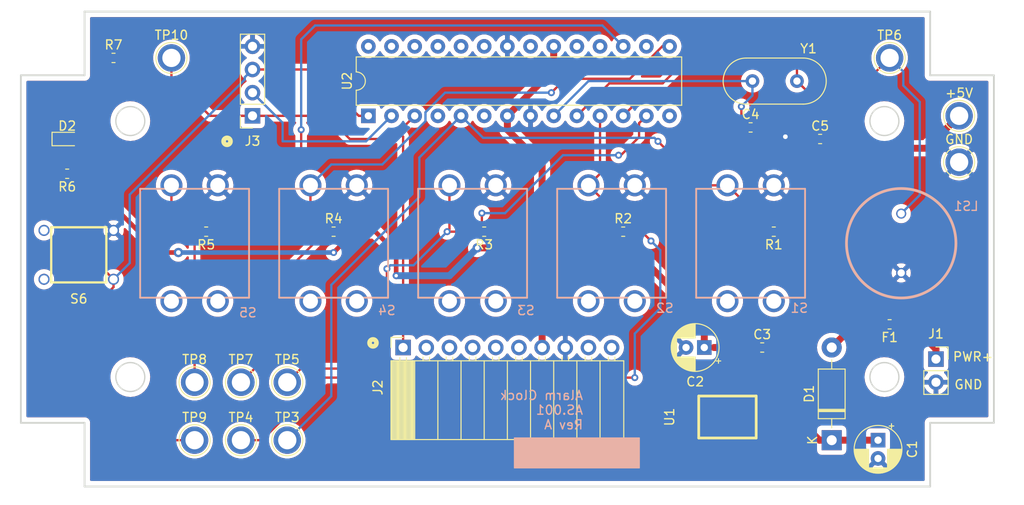
<source format=kicad_pcb>
(kicad_pcb (version 20171130) (host pcbnew "(5.1.0)-1")
  (title_block (title "Alarm Clock") (date 2019-03-07) (rev "Rev A") (company "Personal Projects") (comment 3 "Project: Arduino Alarm Clock") (comment 4 "Author: Andrew Spencer"))
  (layers (0 F.Cu signal) (31 B.Cu signal) (36 B.SilkS user) (37 F.SilkS user) (38 B.Mask user) (39 F.Mask user) (44 Edge.Cuts user))
  (net 0 "")
  (net 1 GND)
  (net 2 "Net-(C1-Pad1)")
  (net 3 +5V)
  (net 4 "Net-(C4-Pad1)")
  (net 5 "Net-(C5-Pad2)")
  (net 6 "Net-(D1-Pad2)")
  (net 7 "Net-(D2-Pad1)")
  (net 8 "Net-(F1-Pad1)")
  (net 9 display_data)
  (net 10 "Net-(J2-Pad2)")
  (net 11 "Net-(J2-Pad3)")
  (net 12 "Net-(J2-Pad4)")
  (net 13 "Net-(J2-Pad5)")
  (net 14 "Net-(J2-Pad6)")
  (net 15 "Net-(J2-Pad9)")
  (net 16 "Net-(J2-Pad10)")
  (net 17 "Net-(J3-Pad2)")
  (net 18 reset)
  (net 19 buzzer)
  (net 20 alarm_toggle)
  (net 21 alarm_set)
  (net 22 clock_set)
  (net 23 hour_set)
  (net 24 "Net-(R5-Pad1)")
  (net 25 minute_set)
  (net 26 "Net-(S1-Pad4)")
  (net 27 "Net-(S1-Pad2)")
  (net 28 "Net-(S2-Pad2)")
  (net 29 "Net-(S2-Pad4)")
  (net 30 "Net-(S3-Pad4)")
  (net 31 "Net-(S3-Pad2)")
  (net 32 "Net-(S4-Pad2)")
  (net 33 "Net-(S4-Pad4)")
  (net 34 "Net-(S5-Pad2)")
  (net 35 "Net-(S5-Pad4)")
  (net 36 "Net-(S6-Pad2)")
  (net 37 "Net-(S6-Pad4)")
  (net 38 "Net-(U2-Pad16)")
  (net 39 "Net-(U2-Pad4)")
  (net 40 "Net-(U2-Pad18)")
  (net 41 "Net-(U2-Pad19)")
  (net 42 "Net-(U2-Pad6)")
  (net 43 "Net-(U2-Pad21)")
  (net 44 "Net-(U2-Pad23)")
  (net 45 "Net-(U2-Pad24)")
  (net 46 "Net-(U2-Pad25)")
  (net 47 "Net-(U2-Pad26)")
  (net 48 "Net-(U2-Pad27)")
  (net 49 "Net-(U2-Pad14)")
  (net 50 "Net-(U2-Pad28)")
  (module Capacitor_THT:CP_Radial_D5.0mm_P2.00mm (layer F.Cu) (at 144.78 97.79 270)
    (fp_text reference C1 (at 1 -3.75 270) (layer F.SilkS))
    (fp_text value 47u)
    (pad 2 thru_hole circle (at 2 0 270) (size 1.6 1.6) (drill 0.8) (layers *.Cu *.Mask) (net 1 GND))
    (pad 1 thru_hole rect (at 0 0 270) (size 1.6 1.6) (drill 0.8) (layers *.Cu *.Mask) (net 2 "Net-(C1-Pad1)"))
  )
  (module Capacitor_THT:CP_Radial_D5.0mm_P2.00mm (layer F.Cu) (at 125.73 87.63 180)
    (fp_text reference C2 (at 1 -3.75 180) (layer F.SilkS))
    (fp_text value 47u)
    (pad 1 thru_hole rect (at 0 0 180) (size 1.6 1.6) (drill 0.8) (layers *.Cu *.Mask) (net 3 +5V))
    (pad 2 thru_hole circle (at 2 0 180) (size 1.6 1.6) (drill 0.8) (layers *.Cu *.Mask) (net 1 GND))
  )
  (module Diode_THT:D_DO-41_SOD81_P10.16mm_Horizontal (layer F.Cu) (at 139.7 97.79 90)
    (fp_text reference D1 (at 5.08 -2.47 90) (layer F.SilkS))
    (fp_text value 1N4007-TP)
    (fp_text user K (at 0 -2.1 90) (layer F.SilkS))
    (pad 1 thru_hole rect (at 0 0 90) (size 2.2 2.2) (drill 1.1) (layers *.Cu *.Mask) (net 2 "Net-(C1-Pad1)"))
    (pad 2 thru_hole oval (at 10.16 0 90) (size 2.2 2.2) (drill 1.1) (layers *.Cu *.Mask) (net 6 "Net-(D1-Pad2)"))
  )
  (module Connector_PinSocket_2.54mm:PinSocket_1x02_P2.54mm_Vertical (layer F.Cu) (at 151.13 88.9)
    (fp_text reference J1 (at 0 -2.77) (layer F.SilkS))
    (fp_text value "Power In")
    (pad 1 thru_hole rect (at 0 0) (size 1.7 1.7) (drill 1) (layers *.Cu *.Mask) (net 8 "Net-(F1-Pad1)"))
    (pad 2 thru_hole oval (at 0 2.54) (size 1.7 1.7) (drill 1) (layers *.Cu *.Mask) (net 1 GND))
  )
  (module Connector_PinSocket_2.54mm:PinSocket_1x10_P2.54mm_Horizontal (layer F.Cu) (at 92.71 87.63 90)
    (fp_text reference J2 (at -4.38 -2.77 90) (layer F.SilkS))
    (fp_text value 68015-410HLF)
    (pad 1 thru_hole rect (at 0 0 90) (size 1.7 1.7) (drill 1) (layers *.Cu *.Mask) (net 9 display_data))
    (pad 2 thru_hole oval (at 0 2.54 90) (size 1.7 1.7) (drill 1) (layers *.Cu *.Mask) (net 10 "Net-(J2-Pad2)"))
    (pad 3 thru_hole oval (at 0 5.08 90) (size 1.7 1.7) (drill 1) (layers *.Cu *.Mask) (net 11 "Net-(J2-Pad3)"))
    (pad 4 thru_hole oval (at 0 7.62 90) (size 1.7 1.7) (drill 1) (layers *.Cu *.Mask) (net 12 "Net-(J2-Pad4)"))
    (pad 5 thru_hole oval (at 0 10.16 90) (size 1.7 1.7) (drill 1) (layers *.Cu *.Mask) (net 13 "Net-(J2-Pad5)"))
    (pad 6 thru_hole oval (at 0 12.7 90) (size 1.7 1.7) (drill 1) (layers *.Cu *.Mask) (net 14 "Net-(J2-Pad6)"))
    (pad 7 thru_hole oval (at 0 15.24 90) (size 1.7 1.7) (drill 1) (layers *.Cu *.Mask) (net 3 +5V))
    (pad 8 thru_hole oval (at 0 17.78 90) (size 1.7 1.7) (drill 1) (layers *.Cu *.Mask) (net 1 GND))
    (pad 9 thru_hole oval (at 0 20.32 90) (size 1.7 1.7) (drill 1) (layers *.Cu *.Mask) (net 15 "Net-(J2-Pad9)"))
    (pad 10 thru_hole oval (at 0 22.86 90) (size 1.7 1.7) (drill 1) (layers *.Cu *.Mask) (net 16 "Net-(J2-Pad10)"))
  )
  (module Connector_PinSocket_2.54mm:PinSocket_1x04_P2.54mm_Vertical (layer F.Cu) (at 76.2 62.23 180)
    (fp_text reference J3 (at 0 -2.77 180) (layer F.SilkS))
    (fp_text value PREC004SAAN-RC)
    (pad 1 thru_hole rect (at 0 0 180) (size 1.7 1.7) (drill 1) (layers *.Cu *.Mask) (net 9 display_data))
    (pad 2 thru_hole oval (at 0 2.54 180) (size 1.7 1.7) (drill 1) (layers *.Cu *.Mask) (net 17 "Net-(J3-Pad2)"))
    (pad 3 thru_hole oval (at 0 5.08 180) (size 1.7 1.7) (drill 1) (layers *.Cu *.Mask) (net 18 reset))
    (pad 4 thru_hole oval (at 0 7.62 180) (size 1.7 1.7) (drill 1) (layers *.Cu *.Mask) (net 1 GND))
  )
  (module "KiCAD_parts_lib:CEM-1203(42)" (layer B.Cu) (at 147.32 76.2 180)
    (fp_text reference LS1 (at -7.112 4.064 180) (layer B.SilkS) (effects (justify mirror)))
    (fp_text value "CEM-1203(42)")
    (pad 1 thru_hole circle (at 0 3.25 180) (size 1.1 1.1) (drill 0.8) (layers *.Cu *.Mask) (net 19 buzzer))
    (pad 2 thru_hole circle (at 0 -3.25 180) (size 1.1 1.1) (drill 0.8) (layers *.Cu *.Mask) (net 1 GND))
  )
  (module KiCAD_parts_lib:COM-09190 (layer B.Cu) (at 130.81 76.2)
    (fp_text reference S1 (at 5.334 7.112) (layer B.SilkS) (effects (justify mirror)))
    (fp_text value COM-09190)
    (pad 4 thru_hole circle (at 2.54 6.35) (size 2.413 2.413) (drill 1.651) (layers *.Cu *.Mask) (net 26 "Net-(S1-Pad4)"))
    (pad 3 thru_hole circle (at 2.54 -6.35) (size 2.413 2.413) (drill 1.651) (layers *.Cu *.Mask) (net 1 GND))
    (pad 2 thru_hole circle (at -2.54 6.35) (size 2.413 2.413) (drill 1.651) (layers *.Cu *.Mask) (net 27 "Net-(S1-Pad2)"))
    (pad 1 thru_hole circle (at -2.54 -6.35) (size 2.413 2.413) (drill 1.651) (layers *.Cu *.Mask) (net 20 alarm_toggle))
  )
  (module KiCAD_parts_lib:COM-09190 (layer B.Cu) (at 115.57 76.2)
    (fp_text reference S2 (at 5.842 7.112) (layer B.SilkS) (effects (justify mirror)))
    (fp_text value COM-09190)
    (pad 1 thru_hole circle (at -2.54 -6.35) (size 2.413 2.413) (drill 1.651) (layers *.Cu *.Mask) (net 21 alarm_set))
    (pad 2 thru_hole circle (at -2.54 6.35) (size 2.413 2.413) (drill 1.651) (layers *.Cu *.Mask) (net 28 "Net-(S2-Pad2)"))
    (pad 3 thru_hole circle (at 2.54 -6.35) (size 2.413 2.413) (drill 1.651) (layers *.Cu *.Mask) (net 1 GND))
    (pad 4 thru_hole circle (at 2.54 6.35) (size 2.413 2.413) (drill 1.651) (layers *.Cu *.Mask) (net 29 "Net-(S2-Pad4)"))
  )
  (module KiCAD_parts_lib:COM-09190 (layer B.Cu) (at 100.33 76.2)
    (fp_text reference S3 (at 5.842 7.366) (layer B.SilkS) (effects (justify mirror)))
    (fp_text value COM-09190)
    (pad 4 thru_hole circle (at 2.54 6.35) (size 2.413 2.413) (drill 1.651) (layers *.Cu *.Mask) (net 30 "Net-(S3-Pad4)"))
    (pad 3 thru_hole circle (at 2.54 -6.35) (size 2.413 2.413) (drill 1.651) (layers *.Cu *.Mask) (net 1 GND))
    (pad 2 thru_hole circle (at -2.54 6.35) (size 2.413 2.413) (drill 1.651) (layers *.Cu *.Mask) (net 31 "Net-(S3-Pad2)"))
    (pad 1 thru_hole circle (at -2.54 -6.35) (size 2.413 2.413) (drill 1.651) (layers *.Cu *.Mask) (net 22 clock_set))
  )
  (module KiCAD_parts_lib:COM-09190 (layer B.Cu) (at 85.09 76.2)
    (fp_text reference S4 (at 5.842 7.366) (layer B.SilkS) (effects (justify mirror)))
    (fp_text value COM-09190)
    (pad 1 thru_hole circle (at -2.54 -6.35) (size 2.413 2.413) (drill 1.651) (layers *.Cu *.Mask) (net 23 hour_set))
    (pad 2 thru_hole circle (at -2.54 6.35) (size 2.413 2.413) (drill 1.651) (layers *.Cu *.Mask) (net 32 "Net-(S4-Pad2)"))
    (pad 3 thru_hole circle (at 2.54 -6.35) (size 2.413 2.413) (drill 1.651) (layers *.Cu *.Mask) (net 1 GND))
    (pad 4 thru_hole circle (at 2.54 6.35) (size 2.413 2.413) (drill 1.651) (layers *.Cu *.Mask) (net 33 "Net-(S4-Pad4)"))
  )
  (module KiCAD_parts_lib:COM-09190 (layer B.Cu) (at 69.85 76.2)
    (fp_text reference S5 (at 5.842 7.62) (layer B.SilkS) (effects (justify mirror)))
    (fp_text value COM-09190)
    (pad 1 thru_hole circle (at -2.54 -6.35) (size 2.413 2.413) (drill 1.651) (layers *.Cu *.Mask) (net 25 minute_set))
    (pad 2 thru_hole circle (at -2.54 6.35) (size 2.413 2.413) (drill 1.651) (layers *.Cu *.Mask) (net 34 "Net-(S5-Pad2)"))
    (pad 3 thru_hole circle (at 2.54 -6.35) (size 2.413 2.413) (drill 1.651) (layers *.Cu *.Mask) (net 1 GND))
    (pad 4 thru_hole circle (at 2.54 6.35) (size 2.413 2.413) (drill 1.651) (layers *.Cu *.Mask) (net 35 "Net-(S5-Pad4)"))
  )
  (module KiCAD_parts_lib:COM-00097 (layer F.Cu) (at 57.15 77.47 180)
    (fp_text reference S6 (at 0 -4.826 180) (layer F.SilkS))
    (fp_text value COM-00097)
    (pad 1 thru_hole circle (at -3.81 -2.6797 180) (size 1.2192 1.2192) (drill 0.889) (layers *.Cu *.Mask) (net 18 reset))
    (pad 2 thru_hole circle (at 3.81 -2.6797 180) (size 1.2192 1.2192) (drill 0.889) (layers *.Cu *.Mask) (net 36 "Net-(S6-Pad2)"))
    (pad 3 thru_hole circle (at -3.81 2.6797 180) (size 1.2192 1.2192) (drill 0.889) (layers *.Cu *.Mask) (net 1 GND))
    (pad 4 thru_hole circle (at 3.81 2.6797 180) (size 1.2192 1.2192) (drill 0.889) (layers *.Cu *.Mask) (net 37 "Net-(S6-Pad4)"))
  )
  (module TestPoint:TestPoint_Plated_Hole_D2.0mm (layer F.Cu) (at 153.67 62.23)
    (fp_text reference +5V (at 0 -2.498) (layer F.SilkS))
    (fp_text value +5V)
    (pad 1 thru_hole circle (at 0 0) (size 3 3) (drill 2) (layers *.Cu *.Mask) (net 3 +5V))
  )
  (module TestPoint:TestPoint_Plated_Hole_D2.0mm (layer F.Cu) (at 153.67 67.31)
    (fp_text reference GND (at 0 -2.498) (layer F.SilkS))
    (fp_text value GND)
    (pad 1 thru_hole circle (at 0 0) (size 3 3) (drill 2) (layers *.Cu *.Mask) (net 1 GND))
  )
  (module TestPoint:TestPoint_Plated_Hole_D2.0mm (layer F.Cu) (at 80.01 97.79)
    (fp_text reference TP3 (at 0 -2.498) (layer F.SilkS))
    (fp_text value alarm_toggle)
    (pad 1 thru_hole circle (at 0 0) (size 3 3) (drill 2) (layers *.Cu *.Mask) (net 20 alarm_toggle))
  )
  (module TestPoint:TestPoint_Plated_Hole_D2.0mm (layer F.Cu) (at 74.93 97.79)
    (fp_text reference TP4 (at 0 -2.498) (layer F.SilkS))
    (fp_text value alarm_set)
    (pad 1 thru_hole circle (at 0 0) (size 3 3) (drill 2) (layers *.Cu *.Mask) (net 21 alarm_set))
  )
  (module TestPoint:TestPoint_Plated_Hole_D2.0mm (layer F.Cu) (at 80.01 91.44)
    (fp_text reference TP5 (at 0 -2.498) (layer F.SilkS))
    (fp_text value clock_set)
    (pad 1 thru_hole circle (at 0 0) (size 3 3) (drill 2) (layers *.Cu *.Mask) (net 22 clock_set))
  )
  (module TestPoint:TestPoint_Plated_Hole_D2.0mm (layer F.Cu) (at 146.05 55.88)
    (fp_text reference TP6 (at 0 -2.498) (layer F.SilkS))
    (fp_text value buzzer)
    (pad 1 thru_hole circle (at 0 0) (size 3 3) (drill 2) (layers *.Cu *.Mask) (net 19 buzzer))
  )
  (module TestPoint:TestPoint_Plated_Hole_D2.0mm (layer F.Cu) (at 74.93 91.44)
    (fp_text reference TP7 (at 0 -2.498) (layer F.SilkS))
    (fp_text value hour_set)
    (pad 1 thru_hole circle (at 0 0) (size 3 3) (drill 2) (layers *.Cu *.Mask) (net 23 hour_set))
  )
  (module TestPoint:TestPoint_Plated_Hole_D2.0mm (layer F.Cu) (at 69.85 91.44)
    (fp_text reference TP8 (at 0 -2.498) (layer F.SilkS))
    (fp_text value minute_set)
    (pad 1 thru_hole circle (at 0 0) (size 3 3) (drill 2) (layers *.Cu *.Mask) (net 25 minute_set))
  )
  (module TestPoint:TestPoint_Plated_Hole_D2.0mm (layer F.Cu) (at 69.85 97.79)
    (fp_text reference TP9 (at 0 -2.498) (layer F.SilkS))
    (fp_text value reset)
    (pad 1 thru_hole circle (at 0 0) (size 3 3) (drill 2) (layers *.Cu *.Mask) (net 18 reset))
  )
  (module TestPoint:TestPoint_Plated_Hole_D2.0mm (layer F.Cu) (at 67.31 55.88)
    (fp_text reference TP10 (at 0 -2.498) (layer F.SilkS))
    (fp_text value display_data)
    (pad 1 thru_hole circle (at 0 0) (size 3 3) (drill 2) (layers *.Cu *.Mask) (net 9 display_data))
  )
  (module "KiCAD_parts_lib:NCP1117ST50T3G (TO-261-4)" (layer F.Cu) (at 128.27 95.25 90)
    (fp_text reference U1 (at 0 -6.35 90) (layer F.SilkS))
    (fp_text value NCP1117ST50T3G)
    (pad 1 smd rect (at -2.3 3.15 90) (size 1.5 2) (layers F.Cu F.Paste F.Mask) (net 1 GND))
    (pad 2 smd rect (at 0 3.15 90) (size 1.5 2) (layers F.Cu F.Paste F.Mask) (net 3 +5V))
    (pad 3 smd rect (at 2.3 3.15 90) (size 1.5 2) (layers F.Cu F.Paste F.Mask) (net 2 "Net-(C1-Pad1)"))
    (pad "T(2)" smd rect (at 0 -3.15 90) (size 3.8 2) (layers F.Cu F.Paste F.Mask))
  )
  (module Package_DIP:DIP-28_W7.62mm (layer F.Cu) (at 88.9 62.23 90)
    (fp_text reference U2 (at 3.81 -2.33 90) (layer F.SilkS))
    (fp_text value ATMEGA328P-PU)
    (pad 1 thru_hole rect (at 0 0 90) (size 1.6 1.6) (drill 0.8) (layers *.Cu *.Mask) (net 18 reset))
    (pad 15 thru_hole oval (at 7.62 33.02 90) (size 1.6 1.6) (drill 0.8) (layers *.Cu *.Mask) (net 23 hour_set))
    (pad 2 thru_hole oval (at 0 2.54 90) (size 1.6 1.6) (drill 0.8) (layers *.Cu *.Mask) (net 17 "Net-(J3-Pad2)"))
    (pad 16 thru_hole oval (at 7.62 30.48 90) (size 1.6 1.6) (drill 0.8) (layers *.Cu *.Mask) (net 38 "Net-(U2-Pad16)"))
    (pad 3 thru_hole oval (at 0 5.08 90) (size 1.6 1.6) (drill 0.8) (layers *.Cu *.Mask) (net 9 display_data))
    (pad 17 thru_hole oval (at 7.62 27.94 90) (size 1.6 1.6) (drill 0.8) (layers *.Cu *.Mask) (net 25 minute_set))
    (pad 4 thru_hole oval (at 0 7.62 90) (size 1.6 1.6) (drill 0.8) (layers *.Cu *.Mask) (net 39 "Net-(U2-Pad4)"))
    (pad 18 thru_hole oval (at 7.62 25.4 90) (size 1.6 1.6) (drill 0.8) (layers *.Cu *.Mask) (net 40 "Net-(U2-Pad18)"))
    (pad 5 thru_hole oval (at 0 10.16 90) (size 1.6 1.6) (drill 0.8) (layers *.Cu *.Mask) (net 20 alarm_toggle))
    (pad 19 thru_hole oval (at 7.62 22.86 90) (size 1.6 1.6) (drill 0.8) (layers *.Cu *.Mask) (net 41 "Net-(U2-Pad19)"))
    (pad 6 thru_hole oval (at 0 12.7 90) (size 1.6 1.6) (drill 0.8) (layers *.Cu *.Mask) (net 42 "Net-(U2-Pad6)"))
    (pad 20 thru_hole oval (at 7.62 20.32 90) (size 1.6 1.6) (drill 0.8) (layers *.Cu *.Mask) (net 3 +5V))
    (pad 7 thru_hole oval (at 0 15.24 90) (size 1.6 1.6) (drill 0.8) (layers *.Cu *.Mask) (net 3 +5V))
    (pad 21 thru_hole oval (at 7.62 17.78 90) (size 1.6 1.6) (drill 0.8) (layers *.Cu *.Mask) (net 43 "Net-(U2-Pad21)"))
    (pad 8 thru_hole oval (at 0 17.78 90) (size 1.6 1.6) (drill 0.8) (layers *.Cu *.Mask) (net 1 GND))
    (pad 22 thru_hole oval (at 7.62 15.24 90) (size 1.6 1.6) (drill 0.8) (layers *.Cu *.Mask) (net 1 GND))
    (pad 9 thru_hole oval (at 0 20.32 90) (size 1.6 1.6) (drill 0.8) (layers *.Cu *.Mask) (net 4 "Net-(C4-Pad1)"))
    (pad 23 thru_hole oval (at 7.62 12.7 90) (size 1.6 1.6) (drill 0.8) (layers *.Cu *.Mask) (net 44 "Net-(U2-Pad23)"))
    (pad 10 thru_hole oval (at 0 22.86 90) (size 1.6 1.6) (drill 0.8) (layers *.Cu *.Mask) (net 5 "Net-(C5-Pad2)"))
    (pad 24 thru_hole oval (at 7.62 10.16 90) (size 1.6 1.6) (drill 0.8) (layers *.Cu *.Mask) (net 45 "Net-(U2-Pad24)"))
    (pad 11 thru_hole oval (at 0 25.4 90) (size 1.6 1.6) (drill 0.8) (layers *.Cu *.Mask) (net 21 alarm_set))
    (pad 25 thru_hole oval (at 7.62 7.62 90) (size 1.6 1.6) (drill 0.8) (layers *.Cu *.Mask) (net 46 "Net-(U2-Pad25)"))
    (pad 12 thru_hole oval (at 0 27.94 90) (size 1.6 1.6) (drill 0.8) (layers *.Cu *.Mask) (net 19 buzzer))
    (pad 26 thru_hole oval (at 7.62 5.08 90) (size 1.6 1.6) (drill 0.8) (layers *.Cu *.Mask) (net 47 "Net-(U2-Pad26)"))
    (pad 13 thru_hole oval (at 0 30.48 90) (size 1.6 1.6) (drill 0.8) (layers *.Cu *.Mask) (net 22 clock_set))
    (pad 27 thru_hole oval (at 7.62 2.54 90) (size 1.6 1.6) (drill 0.8) (layers *.Cu *.Mask) (net 48 "Net-(U2-Pad27)"))
    (pad 14 thru_hole oval (at 0 33.02 90) (size 1.6 1.6) (drill 0.8) (layers *.Cu *.Mask) (net 49 "Net-(U2-Pad14)"))
    (pad 28 thru_hole oval (at 7.62 0 90) (size 1.6 1.6) (drill 0.8) (layers *.Cu *.Mask) (net 50 "Net-(U2-Pad28)"))
  )
  (module Crystal:Crystal_HC49-U_Vertical (layer F.Cu) (at 135.89 58.42 180)
    (fp_text reference Y1 (at -1.27 3.556 180) (layer F.SilkS))
    (fp_text value 9B-16.000MAAJ-B)
    (pad 1 thru_hole circle (at 0 0 180) (size 1.5 1.5) (drill 0.8) (layers *.Cu *.Mask) (net 5 "Net-(C5-Pad2)"))
    (pad 2 thru_hole circle (at 4.88 0 180) (size 1.5 1.5) (drill 0.8) (layers *.Cu *.Mask) (net 4 "Net-(C4-Pad1)"))
  )
  (module Capacitor_SMD:C_0603_1608Metric_Pad1.05x0.95mm_HandSolder (layer F.Cu) (at 132.08 87.63)
    (fp_text reference C3 (at 0 -1.43) (layer F.SilkS))
    (fp_text value 100n)
    (pad 1 smd roundrect (at -0.875 0) (size 1.05 0.95) (layers F.Cu F.Paste F.Mask) (net 3 +5V))
    (pad 2 smd roundrect (at 0.875 0) (size 1.05 0.95) (layers F.Cu F.Paste F.Mask) (net 1 GND))
  )
  (module Capacitor_SMD:C_0603_1608Metric_Pad1.05x0.95mm_HandSolder (layer F.Cu) (at 130.81 63.5)
    (fp_text reference C4 (at 0 -1.43) (layer F.SilkS))
    (fp_text value 22p)
    (pad 1 smd roundrect (at -0.875 0) (size 1.05 0.95) (layers F.Cu F.Paste F.Mask) (net 4 "Net-(C4-Pad1)"))
    (pad 2 smd roundrect (at 0.875 0) (size 1.05 0.95) (layers F.Cu F.Paste F.Mask) (net 1 GND))
  )
  (module Capacitor_SMD:C_0603_1608Metric_Pad1.05x0.95mm_HandSolder (layer F.Cu) (at 138.43 64.77)
    (fp_text reference C5 (at 0 -1.43) (layer F.SilkS))
    (fp_text value 22p)
    (pad 2 smd roundrect (at 0.875 0) (size 1.05 0.95) (layers F.Cu F.Paste F.Mask) (net 5 "Net-(C5-Pad2)"))
    (pad 1 smd roundrect (at -0.875 0) (size 1.05 0.95) (layers F.Cu F.Paste F.Mask) (net 1 GND))
  )
  (module LED_SMD:LED_0603_1608Metric_Pad1.05x0.95mm_HandSolder (layer F.Cu) (at 55.88 64.77)
    (fp_text reference D2 (at 0 -1.43) (layer F.SilkS))
    (fp_text value 150060GS75000)
    (pad 1 smd roundrect (at -0.875 0) (size 1.05 0.95) (layers F.Cu F.Paste F.Mask) (net 7 "Net-(D2-Pad1)"))
    (pad 2 smd roundrect (at 0.875 0) (size 1.05 0.95) (layers F.Cu F.Paste F.Mask) (net 3 +5V))
  )
  (module Resistor_SMD:R_0603_1608Metric_Pad1.05x0.95mm_HandSolder (layer F.Cu) (at 146.05 85.09 180)
    (fp_text reference F1 (at 0 -1.43 180) (layer F.SilkS))
    (fp_text value ERB-RE0R50V)
    (pad 1 smd roundrect (at -0.875 0 180) (size 1.05 0.95) (layers F.Cu F.Paste F.Mask) (net 8 "Net-(F1-Pad1)"))
    (pad 2 smd roundrect (at 0.875 0 180) (size 1.05 0.95) (layers F.Cu F.Paste F.Mask) (net 6 "Net-(D1-Pad2)"))
  )
  (module Resistor_SMD:R_0603_1608Metric_Pad1.05x0.95mm_HandSolder (layer F.Cu) (at 133.35 74.93 180)
    (fp_text reference R1 (at 0 -1.43 180) (layer F.SilkS))
    (fp_text value 10k)
    (pad 2 smd roundrect (at 0.875 0 180) (size 1.05 0.95) (layers F.Cu F.Paste F.Mask) (net 20 alarm_toggle))
    (pad 1 smd roundrect (at -0.875 0 180) (size 1.05 0.95) (layers F.Cu F.Paste F.Mask) (net 3 +5V))
  )
  (module Resistor_SMD:R_0603_1608Metric_Pad1.05x0.95mm_HandSolder (layer F.Cu) (at 116.84 74.93)
    (fp_text reference R2 (at 0 -1.43) (layer F.SilkS))
    (fp_text value 10k)
    (pad 2 smd roundrect (at 0.875 0) (size 1.05 0.95) (layers F.Cu F.Paste F.Mask) (net 21 alarm_set))
    (pad 1 smd roundrect (at -0.875 0) (size 1.05 0.95) (layers F.Cu F.Paste F.Mask) (net 3 +5V))
  )
  (module Resistor_SMD:R_0603_1608Metric_Pad1.05x0.95mm_HandSolder (layer F.Cu) (at 101.6 74.93 180)
    (fp_text reference R3 (at 0 -1.43 180) (layer F.SilkS))
    (fp_text value 10k)
    (pad 1 smd roundrect (at -0.875 0 180) (size 1.05 0.95) (layers F.Cu F.Paste F.Mask) (net 3 +5V))
    (pad 2 smd roundrect (at 0.875 0 180) (size 1.05 0.95) (layers F.Cu F.Paste F.Mask) (net 22 clock_set))
  )
  (module Resistor_SMD:R_0603_1608Metric_Pad1.05x0.95mm_HandSolder (layer F.Cu) (at 85.09 74.93)
    (fp_text reference R4 (at 0 -1.43) (layer F.SilkS))
    (fp_text value 10k)
    (pad 1 smd roundrect (at -0.875 0) (size 1.05 0.95) (layers F.Cu F.Paste F.Mask) (net 23 hour_set))
    (pad 2 smd roundrect (at 0.875 0) (size 1.05 0.95) (layers F.Cu F.Paste F.Mask) (net 3 +5V))
  )
  (module Resistor_SMD:R_0603_1608Metric_Pad1.05x0.95mm_HandSolder (layer F.Cu) (at 71.12 74.93 180)
    (fp_text reference R5 (at 0 -1.43 180) (layer F.SilkS))
    (fp_text value 10k)
    (pad 2 smd roundrect (at 0.875 0 180) (size 1.05 0.95) (layers F.Cu F.Paste F.Mask) (net 25 minute_set))
    (pad 1 smd roundrect (at -0.875 0 180) (size 1.05 0.95) (layers F.Cu F.Paste F.Mask) (net 24 "Net-(R5-Pad1)"))
  )
  (module Resistor_SMD:R_0603_1608Metric_Pad1.05x0.95mm_HandSolder (layer F.Cu) (at 55.88 68.58 180)
    (fp_text reference R6 (at 0 -1.43 180) (layer F.SilkS))
    (fp_text value 10k)
    (pad 1 smd roundrect (at -0.875 0 180) (size 1.05 0.95) (layers F.Cu F.Paste F.Mask) (net 3 +5V))
    (pad 2 smd roundrect (at 0.875 0 180) (size 1.05 0.95) (layers F.Cu F.Paste F.Mask) (net 18 reset))
  )
  (module Resistor_SMD:R_0603_1608Metric_Pad1.05x0.95mm_HandSolder (layer F.Cu) (at 60.96 55.88)
    (fp_text reference R7 (at 0 -1.43) (layer F.SilkS))
    (fp_text value 330)
    (pad 2 smd roundrect (at 0.875 0) (size 1.05 0.95) (layers F.Cu F.Paste F.Mask) (net 1 GND))
    (pad 1 smd roundrect (at -0.875 0) (size 1.05 0.95) (layers F.Cu F.Paste F.Mask) (net 7 "Net-(D2-Pad1)"))
  )
  (gr_poly (pts (xy 112.268 97.536) (xy 104.902 97.536) (xy 104.902 100.838) (xy 118.618 100.838) (xy 118.618 97.536)) (layer B.SilkS) (width 0.1))
  (gr_text "Alarm Clock\nAS.001\nRev A" (at 112.522 94.488) (layer B.SilkS) (effects (font (size 1 1)) (justify left mirror)))
  (gr_text GND (at 154.686 91.694) (layer F.SilkS) (effects (font (size 1 1))))
  (gr_text PWR+ (at 155.194 88.646) (layer F.SilkS) (effects (font (size 1 1))))
  (gr_circle (center 73.406 65.024) (end 73.787 65.024) (layer F.SilkS) (width 0.508))
  (gr_circle (center 89.408 87.122) (end 89.789 87.122) (layer F.SilkS) (width 0.508))
  (gr_circle (center 62.8015 90.8685) (end 64.389 90.8685) (layer Edge.Cuts) (width 0.15))
  (gr_circle (center 145.4785 90.8685) (end 147.066 90.8685) (layer Edge.Cuts) (width 0.15))
  (gr_circle (center 145.4785 62.8015) (end 147.066 62.8015) (layer Edge.Cuts) (width 0.15))
  (gr_circle (center 62.8015 62.8015) (end 64.389 62.8015) (layer Edge.Cuts) (width 0.15))
  (gr_line (start 57.785 50.8) (end 57.785 57.785) (layer Edge.Cuts) (width 0.2))
  (gr_line (start 57.785 57.785) (end 50.8 57.785) (layer Edge.Cuts) (width 0.2))
  (gr_line (start 150.495 50.8) (end 57.785 50.8) (layer Edge.Cuts) (width 0.2))
  (gr_line (start 150.495 57.785) (end 150.495 50.8) (layer Edge.Cuts) (width 0.2))
  (gr_line (start 157.48 57.785) (end 150.495 57.785) (layer Edge.Cuts) (width 0.2))
  (gr_line (start 157.48 95.885) (end 157.48 57.785) (layer Edge.Cuts) (width 0.2))
  (gr_line (start 150.495 95.885) (end 157.48 95.885) (layer Edge.Cuts) (width 0.2))
  (gr_line (start 150.495 102.87) (end 150.495 95.885) (layer Edge.Cuts) (width 0.2))
  (gr_line (start 57.785 102.87) (end 150.495 102.87) (layer Edge.Cuts) (width 0.2))
  (gr_line (start 57.785 95.885) (end 57.785 102.87) (layer Edge.Cuts) (width 0.2))
  (gr_line (start 50.8 95.885) (end 57.785 95.885) (layer Edge.Cuts) (width 0.2))
  (gr_line (start 50.8 57.785) (end 50.8 95.885) (layer Edge.Cuts) (width 0.2))
  (via (at 134.62 64.516) (size 1.016) (drill 0.508) (layers F.Cu B.Cu) (net 1))
  (segment (start 139.7 97.79) (end 144.78 97.79) (width 0.762) (layer F.Cu) (net 2))
  (segment (start 138.346 97.79) (end 136.652 96.096) (width 0.762) (layer F.Cu) (net 2))
  (segment (start 139.7 97.79) (end 138.346 97.79) (width 0.762) (layer F.Cu) (net 2))
  (segment (start 136.652 96.096) (end 136.652 94.742) (width 0.762) (layer F.Cu) (net 2))
  (segment (start 134.86 92.95) (end 131.42 92.95) (width 0.762) (layer F.Cu) (net 2))
  (segment (start 136.652 94.742) (end 134.86 92.95) (width 0.762) (layer F.Cu) (net 2))
  (segment (start 56.755 64.77) (end 56.755 68.58) (width 0.254) (layer F.Cu) (net 3))
  (segment (start 107.95 87.63) (end 107.95 74.93) (width 0.762) (layer F.Cu) (net 3))
  (segment (start 102.475 74.93) (end 107.95 74.93) (width 0.762) (layer F.Cu) (net 3))
  (segment (start 107.95 74.93) (end 115.965 74.93) (width 0.762) (layer F.Cu) (net 3))
  (segment (start 115.965 76.849) (end 115.965 74.93) (width 0.762) (layer F.Cu) (net 3))
  (segment (start 116.84 77.724) (end 115.965 76.849) (width 0.762) (layer F.Cu) (net 3))
  (segment (start 118.759 77.724) (end 116.84 77.724) (width 0.762) (layer F.Cu) (net 3))
  (segment (start 125.73 87.63) (end 125.73 84.695) (width 0.762) (layer F.Cu) (net 3))
  (segment (start 125.73 84.695) (end 118.759 77.724) (width 0.762) (layer F.Cu) (net 3))
  (segment (start 134.225 74.93) (end 134.225 76.849) (width 0.762) (layer F.Cu) (net 3))
  (segment (start 131.205 79.869) (end 131.205 87.63) (width 0.762) (layer F.Cu) (net 3))
  (segment (start 134.225 76.849) (end 131.205 79.869) (width 0.762) (layer F.Cu) (net 3))
  (segment (start 126.784 87.63) (end 131.205 87.63) (width 0.762) (layer F.Cu) (net 3))
  (segment (start 125.73 87.63) (end 126.784 87.63) (width 0.254) (layer F.Cu) (net 3))
  (segment (start 134.85 74.93) (end 143.994 65.786) (width 0.762) (layer F.Cu) (net 3))
  (segment (start 134.225 74.93) (end 134.85 74.93) (width 0.762) (layer F.Cu) (net 3))
  (segment (start 150.114 65.786) (end 153.67 62.23) (width 0.762) (layer F.Cu) (net 3))
  (segment (start 143.994 65.786) (end 150.114 65.786) (width 0.762) (layer F.Cu) (net 3))
  (segment (start 104.14 62.23) (end 104.14 63.754) (width 0.762) (layer F.Cu) (net 3))
  (segment (start 107.95 67.564) (end 107.95 74.93) (width 0.762) (layer F.Cu) (net 3))
  (segment (start 104.14 63.754) (end 107.95 67.564) (width 0.762) (layer F.Cu) (net 3))
  (segment (start 109.22 57.15) (end 109.22 54.61) (width 0.762) (layer F.Cu) (net 3))
  (segment (start 104.14 62.23) (end 109.22 57.15) (width 0.762) (layer F.Cu) (net 3))
  (segment (start 130.166 95.25) (end 128.778 93.862) (width 0.762) (layer F.Cu) (net 3))
  (segment (start 131.42 95.25) (end 130.166 95.25) (width 0.762) (layer F.Cu) (net 3))
  (segment (start 128.778 90.057) (end 129.427 89.408) (width 0.762) (layer F.Cu) (net 3))
  (segment (start 128.778 93.862) (end 128.778 90.057) (width 0.762) (layer F.Cu) (net 3))
  (segment (start 129.427 89.408) (end 130.302 89.408) (width 0.762) (layer F.Cu) (net 3))
  (segment (start 131.205 88.505) (end 131.205 87.63) (width 0.762) (layer F.Cu) (net 3))
  (segment (start 130.302 89.408) (end 131.205 88.505) (width 0.762) (layer F.Cu) (net 3))
  (segment (start 57.38 68.58) (end 66.016 77.216) (width 0.508) (layer F.Cu) (net 3))
  (segment (start 56.755 68.58) (end 57.38 68.58) (width 0.508) (layer F.Cu) (net 3))
  (via (at 68.072 77.216) (size 1.016) (drill 0.508) (layers F.Cu B.Cu) (net 3))
  (segment (start 66.016 77.216) (end 68.072 77.216) (width 0.508) (layer F.Cu) (net 3))
  (via (at 85.09 77.216) (size 0.762) (drill 0.381) (layers F.Cu B.Cu) (net 3))
  (segment (start 68.072 77.216) (end 85.09 77.216) (width 0.508) (layer B.Cu) (net 3))
  (segment (start 85.965 76.341) (end 85.965 74.93) (width 0.508) (layer F.Cu) (net 3))
  (segment (start 85.09 77.216) (end 85.965 76.341) (width 0.508) (layer F.Cu) (net 3))
  (segment (start 85.965 74.93) (end 89.662 74.93) (width 0.508) (layer F.Cu) (net 3))
  (segment (start 89.662 74.93) (end 91.948 77.216) (width 0.508) (layer F.Cu) (net 3))
  (via (at 91.948 79.756) (size 0.762) (drill 0.381) (layers F.Cu B.Cu) (net 3))
  (segment (start 91.948 77.216) (end 91.948 79.756) (width 0.508) (layer F.Cu) (net 3))
  (segment (start 91.948 79.756) (end 97.79 79.756) (width 0.762) (layer B.Cu) (net 3))
  (via (at 100.838 76.708) (size 1.016) (drill 0.508) (layers F.Cu B.Cu) (net 3))
  (segment (start 97.79 79.756) (end 100.838 76.708) (width 0.762) (layer B.Cu) (net 3))
  (segment (start 100.838 76.708) (end 100.838 76.567) (width 0.254) (layer F.Cu) (net 3))
  (segment (start 102.475 74.93) (end 102.475 76.341) (width 0.762) (layer F.Cu) (net 3))
  (segment (start 102.108 76.708) (end 100.838 76.708) (width 0.762) (layer F.Cu) (net 3))
  (segment (start 102.475 76.341) (end 102.108 76.708) (width 0.762) (layer F.Cu) (net 3))
  (segment (start 131.01 58.42) (end 131.01 59.744) (width 0.254) (layer B.Cu) (net 4))
  (segment (start 113.03 58.42) (end 109.22 62.23) (width 0.254) (layer B.Cu) (net 4))
  (segment (start 131.01 58.42) (end 113.03 58.42) (width 0.254) (layer B.Cu) (net 4))
  (segment (start 131.01 59.744) (end 131.01 59.998) (width 0.254) (layer B.Cu) (net 4))
  (via (at 129.794 61.214) (size 0.762) (drill 0.381) (layers F.Cu B.Cu) (net 4))
  (segment (start 131.01 59.998) (end 129.794 61.214) (width 0.254) (layer B.Cu) (net 4))
  (segment (start 129.794 63.359) (end 129.935 63.5) (width 0.254) (layer F.Cu) (net 4))
  (segment (start 129.794 61.214) (end 129.794 63.359) (width 0.254) (layer F.Cu) (net 4))
  (segment (start 139.305 61.835) (end 139.305 64.77) (width 0.254) (layer F.Cu) (net 5))
  (segment (start 135.89 58.42) (end 139.305 61.835) (width 0.254) (layer F.Cu) (net 5))
  (segment (start 135.89 58.42) (end 135.89 55.88) (width 0.254) (layer F.Cu) (net 5))
  (segment (start 135.89 55.88) (end 135.128 55.118) (width 0.254) (layer F.Cu) (net 5))
  (segment (start 134.454999 55.791001) (end 124.040999 55.791001) (width 0.254) (layer F.Cu) (net 5))
  (segment (start 135.128 55.118) (end 134.454999 55.791001) (width 0.254) (layer F.Cu) (net 5))
  (segment (start 124.040999 55.791001) (end 121.158 58.674) (width 0.254) (layer F.Cu) (net 5))
  (segment (start 115.316 58.674) (end 111.76 62.23) (width 0.254) (layer F.Cu) (net 5))
  (segment (start 121.158 58.674) (end 115.316 58.674) (width 0.254) (layer F.Cu) (net 5))
  (segment (start 142.24 85.09) (end 139.7 87.63) (width 0.762) (layer F.Cu) (net 6))
  (segment (start 145.175 85.09) (end 142.24 85.09) (width 0.762) (layer F.Cu) (net 6))
  (segment (start 59.585928 56.379072) (end 59.585928 59.032072) (width 0.254) (layer F.Cu) (net 7))
  (segment (start 60.085 55.88) (end 59.585928 56.379072) (width 0.254) (layer F.Cu) (net 7))
  (segment (start 59.585928 59.032072) (end 57.404 61.214) (width 0.254) (layer F.Cu) (net 7))
  (segment (start 57.404 61.214) (end 55.626 61.214) (width 0.254) (layer F.Cu) (net 7))
  (segment (start 55.005 61.835) (end 55.005 64.77) (width 0.254) (layer F.Cu) (net 7))
  (segment (start 55.626 61.214) (end 55.005 61.835) (width 0.254) (layer F.Cu) (net 7))
  (segment (start 147.55 85.09) (end 146.925 85.09) (width 0.254) (layer F.Cu) (net 8))
  (segment (start 148.424 85.09) (end 147.55 85.09) (width 0.762) (layer F.Cu) (net 8))
  (segment (start 151.13 87.796) (end 148.424 85.09) (width 0.762) (layer F.Cu) (net 8))
  (segment (start 151.13 88.9) (end 151.13 87.796) (width 0.762) (layer F.Cu) (net 8))
  (segment (start 76.2 62.23) (end 84.328 62.23) (width 0.254) (layer F.Cu) (net 9))
  (segment (start 84.328 62.23) (end 86.868 64.77) (width 0.254) (layer F.Cu) (net 9))
  (segment (start 86.868 64.77) (end 91.44 64.77) (width 0.254) (layer F.Cu) (net 9))
  (segment (start 92.71 64.516) (end 92.202 64.008) (width 0.254) (layer F.Cu) (net 9))
  (segment (start 92.71 87.63) (end 92.71 64.516) (width 0.254) (layer F.Cu) (net 9))
  (segment (start 91.44 64.77) (end 92.202 64.008) (width 0.254) (layer F.Cu) (net 9))
  (segment (start 92.202 64.008) (end 93.98 62.23) (width 0.254) (layer F.Cu) (net 9))
  (segment (start 75.096 62.23) (end 76.2 62.23) (width 0.254) (layer F.Cu) (net 9))
  (segment (start 71.53868 62.23) (end 75.096 62.23) (width 0.254) (layer F.Cu) (net 9))
  (segment (start 67.31 58.00132) (end 71.53868 62.23) (width 0.254) (layer F.Cu) (net 9))
  (segment (start 67.31 55.88) (end 67.31 58.00132) (width 0.254) (layer F.Cu) (net 9))
  (segment (start 79.502 62.992) (end 79.502 65.024) (width 0.254) (layer B.Cu) (net 17))
  (segment (start 76.2 59.69) (end 79.502 62.992) (width 0.254) (layer B.Cu) (net 17))
  (segment (start 88.646 65.024) (end 91.44 62.23) (width 0.254) (layer B.Cu) (net 17))
  (segment (start 79.502 65.024) (end 88.646 65.024) (width 0.254) (layer B.Cu) (net 17))
  (segment (start 55.005 74.1947) (end 60.96 80.1497) (width 0.254) (layer F.Cu) (net 18))
  (segment (start 55.005 68.58) (end 55.005 74.1947) (width 0.254) (layer F.Cu) (net 18))
  (segment (start 60.96 81.011804) (end 58.674 83.297804) (width 0.254) (layer F.Cu) (net 18))
  (segment (start 60.96 80.1497) (end 60.96 81.011804) (width 0.254) (layer F.Cu) (net 18))
  (segment (start 58.674 83.297804) (end 58.674 92.202) (width 0.254) (layer F.Cu) (net 18))
  (segment (start 64.262 97.79) (end 69.85 97.79) (width 0.254) (layer F.Cu) (net 18))
  (segment (start 58.674 92.202) (end 64.262 97.79) (width 0.254) (layer F.Cu) (net 18))
  (segment (start 77.402081 57.15) (end 76.2 57.15) (width 0.254) (layer F.Cu) (net 18))
  (segment (start 82.766 57.15) (end 77.402081 57.15) (width 0.254) (layer F.Cu) (net 18))
  (segment (start 87.846 62.23) (end 82.766 57.15) (width 0.254) (layer F.Cu) (net 18))
  (segment (start 88.9 62.23) (end 87.846 62.23) (width 0.254) (layer F.Cu) (net 18))
  (segment (start 75.350001 57.999999) (end 75.350001 58.253999) (width 0.254) (layer B.Cu) (net 18))
  (segment (start 76.2 57.15) (end 75.350001 57.999999) (width 0.254) (layer B.Cu) (net 18))
  (segment (start 75.350001 58.253999) (end 62.738 70.866) (width 0.254) (layer B.Cu) (net 18))
  (segment (start 62.738 78.3717) (end 60.96 80.1497) (width 0.254) (layer B.Cu) (net 18))
  (segment (start 62.738 70.866) (end 62.738 78.3717) (width 0.254) (layer B.Cu) (net 18))
  (segment (start 147.549999 57.379999) (end 147.549999 58.903999) (width 0.254) (layer B.Cu) (net 19))
  (segment (start 146.05 55.88) (end 147.549999 57.379999) (width 0.254) (layer B.Cu) (net 19))
  (segment (start 147.549999 58.903999) (end 149.352 60.706) (width 0.254) (layer B.Cu) (net 19))
  (segment (start 149.352 70.918) (end 147.32 72.95) (width 0.254) (layer B.Cu) (net 19))
  (segment (start 149.352 60.706) (end 149.352 70.918) (width 0.254) (layer B.Cu) (net 19))
  (segment (start 118.872 60.198) (end 116.84 62.23) (width 0.254) (layer F.Cu) (net 19))
  (segment (start 140.97 60.96) (end 140.97 64.504706) (width 0.254) (layer F.Cu) (net 19))
  (segment (start 146.05 55.88) (end 140.97 60.96) (width 0.254) (layer F.Cu) (net 19))
  (segment (start 140.97 64.504706) (end 138.164706 67.31) (width 0.254) (layer F.Cu) (net 19))
  (segment (start 138.164706 67.31) (end 130.302 67.31) (width 0.254) (layer F.Cu) (net 19))
  (segment (start 130.302 67.31) (end 123.19 60.198) (width 0.254) (layer F.Cu) (net 19))
  (segment (start 123.19 60.198) (end 118.872 60.198) (width 0.254) (layer F.Cu) (net 19))
  (segment (start 132.475 74.055) (end 132.475 74.93) (width 0.254) (layer F.Cu) (net 20))
  (segment (start 128.27 69.85) (end 132.475 74.055) (width 0.254) (layer F.Cu) (net 20))
  (segment (start 128.27 69.85) (end 125.476 69.85) (width 0.254) (layer F.Cu) (net 20))
  (via (at 120.65 65.024) (size 0.762) (drill 0.381) (layers F.Cu B.Cu) (net 20))
  (segment (start 125.476 69.85) (end 120.65 65.024) (width 0.254) (layer F.Cu) (net 20))
  (segment (start 99.859999 63.029999) (end 99.06 62.23) (width 0.254) (layer B.Cu) (net 20))
  (segment (start 101.473001 64.643001) (end 99.859999 63.029999) (width 0.254) (layer B.Cu) (net 20))
  (segment (start 120.269001 64.643001) (end 101.473001 64.643001) (width 0.254) (layer B.Cu) (net 20))
  (segment (start 120.65 65.024) (end 120.269001 64.643001) (width 0.254) (layer B.Cu) (net 20))
  (segment (start 84.836 92.964) (end 84.836 80.772) (width 0.254) (layer B.Cu) (net 20))
  (segment (start 80.01 97.79) (end 84.836 92.964) (width 0.254) (layer B.Cu) (net 20))
  (segment (start 84.836 80.772) (end 94.488 71.12) (width 0.254) (layer B.Cu) (net 20))
  (segment (start 94.488 66.802) (end 99.06 62.23) (width 0.254) (layer B.Cu) (net 20))
  (segment (start 94.488 71.12) (end 94.488 66.802) (width 0.254) (layer B.Cu) (net 20))
  (segment (start 117.715 74.535) (end 117.715 74.93) (width 0.254) (layer F.Cu) (net 21))
  (segment (start 113.03 69.85) (end 117.715 74.535) (width 0.254) (layer F.Cu) (net 21))
  (segment (start 77.226118 97.79) (end 84.084118 90.932) (width 0.254) (layer F.Cu) (net 21))
  (segment (start 74.93 97.79) (end 77.226118 97.79) (width 0.254) (layer F.Cu) (net 21))
  (segment (start 84.084118 90.932) (end 118.11 90.932) (width 0.254) (layer F.Cu) (net 21))
  (via (at 118.11 90.932) (size 0.762) (drill 0.381) (layers F.Cu B.Cu) (net 21))
  (segment (start 118.11 90.932) (end 118.11 86.106) (width 0.254) (layer B.Cu) (net 21))
  (segment (start 118.11 86.106) (end 120.904 83.312) (width 0.254) (layer B.Cu) (net 21))
  (segment (start 120.904 83.312) (end 120.904 76.962) (width 0.254) (layer B.Cu) (net 21))
  (segment (start 120.904 76.962) (end 119.888 75.946) (width 0.254) (layer B.Cu) (net 21))
  (via (at 119.888 75.946) (size 0.762) (drill 0.381) (layers F.Cu B.Cu) (net 21))
  (segment (start 118.872 74.93) (end 117.715 74.93) (width 0.254) (layer F.Cu) (net 21))
  (segment (start 119.888 75.946) (end 118.872 74.93) (width 0.254) (layer F.Cu) (net 21))
  (segment (start 114.3 68.58) (end 113.03 69.85) (width 0.254) (layer F.Cu) (net 21))
  (segment (start 114.3 62.23) (end 114.3 68.58) (width 0.254) (layer F.Cu) (net 21))
  (segment (start 81.509999 89.940001) (end 85.827999 89.940001) (width 0.254) (layer F.Cu) (net 22))
  (segment (start 80.01 91.44) (end 81.509999 89.940001) (width 0.254) (layer F.Cu) (net 22))
  (segment (start 85.827999 89.940001) (end 90.932 84.836) (width 0.254) (layer F.Cu) (net 22))
  (segment (start 90.932 84.836) (end 90.932 78.994) (width 0.254) (layer F.Cu) (net 22))
  (via (at 90.932 78.994) (size 0.762) (drill 0.381) (layers F.Cu B.Cu) (net 22))
  (segment (start 91.312999 78.613001) (end 93.852999 78.613001) (width 0.254) (layer B.Cu) (net 22))
  (segment (start 90.932 78.994) (end 91.312999 78.613001) (width 0.254) (layer B.Cu) (net 22))
  (segment (start 93.852999 78.613001) (end 97.536 74.93) (width 0.254) (layer B.Cu) (net 22))
  (via (at 97.536 74.93) (size 0.762) (drill 0.381) (layers F.Cu B.Cu) (net 22))
  (segment (start 97.536 74.93) (end 100.725 74.93) (width 0.254) (layer F.Cu) (net 22))
  (segment (start 97.79 74.676) (end 97.536 74.93) (width 0.254) (layer F.Cu) (net 22))
  (segment (start 97.79 69.85) (end 97.79 74.676) (width 0.254) (layer F.Cu) (net 22))
  (segment (start 118.580001 63.029999) (end 118.580001 64.553999) (width 0.254) (layer F.Cu) (net 22))
  (segment (start 119.38 62.23) (end 118.580001 63.029999) (width 0.254) (layer F.Cu) (net 22))
  (via (at 116.332 66.548) (size 0.762) (drill 0.381) (layers F.Cu B.Cu) (net 22))
  (segment (start 118.580001 64.553999) (end 116.586 66.548) (width 0.254) (layer F.Cu) (net 22))
  (segment (start 116.586 66.548) (end 116.332 66.548) (width 0.254) (layer F.Cu) (net 22))
  (segment (start 116.332 66.548) (end 115.793185 66.548) (width 0.254) (layer B.Cu) (net 22))
  (segment (start 115.793185 66.548) (end 110.236 66.548) (width 0.254) (layer B.Cu) (net 22))
  (segment (start 110.236 66.548) (end 103.886 72.898) (width 0.254) (layer B.Cu) (net 22))
  (via (at 101.346 72.898) (size 0.762) (drill 0.381) (layers F.Cu B.Cu) (net 22))
  (segment (start 103.886 72.898) (end 101.346 72.898) (width 0.254) (layer B.Cu) (net 22))
  (segment (start 101.346 74.309) (end 100.725 74.93) (width 0.254) (layer F.Cu) (net 22))
  (segment (start 101.346 72.898) (end 101.346 74.309) (width 0.254) (layer F.Cu) (net 22))
  (segment (start 82.55 73.265) (end 84.215 74.93) (width 0.254) (layer F.Cu) (net 23))
  (segment (start 82.55 69.85) (end 82.55 73.265) (width 0.254) (layer F.Cu) (net 23))
  (segment (start 83.715928 75.429072) (end 84.215 74.93) (width 0.254) (layer F.Cu) (net 23))
  (segment (start 76.429999 82.715001) (end 83.715928 75.429072) (width 0.254) (layer F.Cu) (net 23))
  (segment (start 76.429999 89.940001) (end 76.429999 82.715001) (width 0.254) (layer F.Cu) (net 23))
  (segment (start 74.93 91.44) (end 76.429999 89.940001) (width 0.254) (layer F.Cu) (net 23))
  (segment (start 117.571892 58.16599) (end 110.49001 58.16599) (width 0.254) (layer F.Cu) (net 23))
  (segment (start 121.92 54.61) (end 121.127882 54.61) (width 0.254) (layer F.Cu) (net 23))
  (segment (start 121.127882 54.61) (end 117.571892 58.16599) (width 0.254) (layer F.Cu) (net 23))
  (via (at 108.966 59.69) (size 0.762) (drill 0.381) (layers F.Cu B.Cu) (net 23))
  (segment (start 110.49001 58.16599) (end 108.966 59.69) (width 0.254) (layer F.Cu) (net 23))
  (segment (start 95.161001 61.841117) (end 95.161001 62.826999) (width 0.254) (layer B.Cu) (net 23))
  (segment (start 108.966 59.69) (end 97.312118 59.69) (width 0.254) (layer B.Cu) (net 23))
  (segment (start 97.312118 59.69) (end 95.161001 61.841117) (width 0.254) (layer B.Cu) (net 23))
  (segment (start 95.161001 62.826999) (end 90.424 67.564) (width 0.254) (layer B.Cu) (net 23))
  (segment (start 84.836 67.564) (end 82.55 69.85) (width 0.254) (layer B.Cu) (net 23))
  (segment (start 90.424 67.564) (end 84.836 67.564) (width 0.254) (layer B.Cu) (net 23))
  (segment (start 67.31 71.995) (end 70.245 74.93) (width 0.254) (layer F.Cu) (net 25))
  (segment (start 67.31 69.85) (end 67.31 71.995) (width 0.254) (layer F.Cu) (net 25))
  (segment (start 70.245 74.93) (end 70.245 74.027) (width 0.254) (layer F.Cu) (net 25))
  (segment (start 70.245 74.027) (end 71.882 72.39) (width 0.254) (layer F.Cu) (net 25))
  (segment (start 71.882 72.39) (end 75.184 72.39) (width 0.254) (layer F.Cu) (net 25))
  (segment (start 75.184 72.39) (end 81.534 66.04) (width 0.254) (layer F.Cu) (net 25))
  (segment (start 81.534 66.04) (end 81.534 63.754) (width 0.254) (layer F.Cu) (net 25))
  (via (at 81.534 63.754) (size 0.762) (drill 0.381) (layers F.Cu B.Cu) (net 25))
  (segment (start 81.534 63.754) (end 81.534 53.848) (width 0.254) (layer B.Cu) (net 25))
  (segment (start 81.534 53.848) (end 83.058 52.324) (width 0.254) (layer B.Cu) (net 25))
  (segment (start 114.554 52.324) (end 116.84 54.61) (width 0.254) (layer B.Cu) (net 25))
  (segment (start 83.058 52.324) (end 114.554 52.324) (width 0.254) (layer B.Cu) (net 25))
  (segment (start 69.85 75.325) (end 70.245 74.93) (width 0.254) (layer F.Cu) (net 25))
  (segment (start 69.85 91.44) (end 69.85 75.325) (width 0.254) (layer F.Cu) (net 25))
  (zone (net 1) (net_name GND) (layer F.Cu) (connect_pads (clearance 0.508)) (min_thickness 0.254) (fill yes (arc_segments 32) (thermal_gap 0.508) (thermal_bridge_width 0.508))
    (polygon (pts (xy 48.514 104.14) (xy 48.514 49.53) (xy 160.528 49.53) (xy 158.75 104.902)))
  )
  (zone (net 1) (net_name GND) (layer B.Cu) (connect_pads (clearance 0.508)) (min_thickness 0.254) (fill yes (arc_segments 32) (thermal_gap 0.508) (thermal_bridge_width 0.508))
    (polygon (pts (xy 48.768 104.14) (xy 48.768 49.53) (xy 160.782 49.784) (xy 158.496 104.648)))
  )
)
</source>
